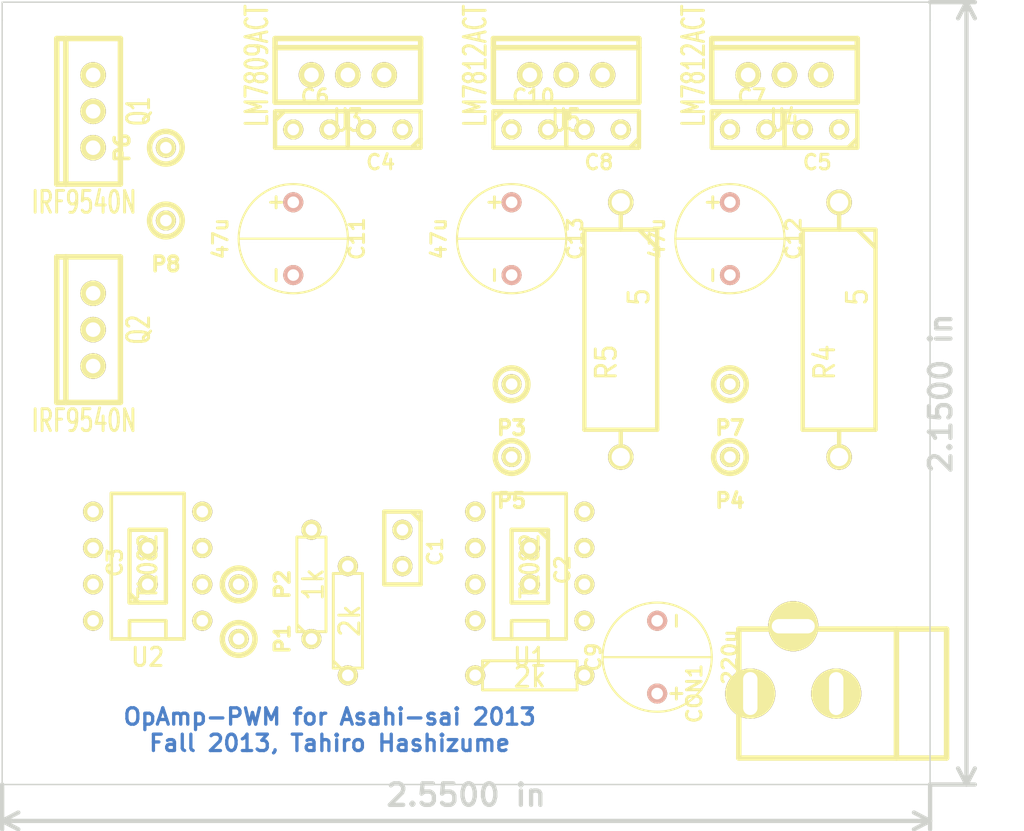
<source format=kicad_pcb>
(kicad_pcb (version 3) (host pcbnew "(2013-07-07 BZR 4022)-stable")

  (general
    (links 63)
    (no_connects 63)
    (area 31.699999 21.7234 106.488571 82.71)
    (thickness 1.6)
    (drawings 9)
    (tracks 0)
    (zones 0)
    (modules 34)
    (nets 16)
  )

  (page A3)
  (layers
    (15 F.Cu signal)
    (0 B.Cu signal)
    (16 B.Adhes user)
    (17 F.Adhes user)
    (18 B.Paste user)
    (19 F.Paste user)
    (20 B.SilkS user)
    (21 F.SilkS user)
    (22 B.Mask user)
    (23 F.Mask user)
    (24 Dwgs.User user)
    (25 Cmts.User user)
    (26 Eco1.User user)
    (27 Eco2.User user)
    (28 Edge.Cuts user)
  )

  (setup
    (last_trace_width 0.3)
    (trace_clearance 0.4)
    (zone_clearance 0.508)
    (zone_45_only no)
    (trace_min 0.2)
    (segment_width 0.2)
    (edge_width 0.1)
    (via_size 0.8)
    (via_drill 0.6)
    (via_min_size 0.8)
    (via_min_drill 0.5)
    (uvia_size 0.5)
    (uvia_drill 0.12)
    (uvias_allowed no)
    (uvia_min_size 0.5)
    (uvia_min_drill 0.1)
    (pcb_text_width 0.3)
    (pcb_text_size 1.5 1.5)
    (mod_edge_width 0.15)
    (mod_text_size 1 1)
    (mod_text_width 0.15)
    (pad_size 1.778 1.778)
    (pad_drill 1.016)
    (pad_to_mask_clearance 0)
    (aux_axis_origin 34.29 24.13)
    (visible_elements 7FFFFFFF)
    (pcbplotparams
      (layerselection 268435457)
      (usegerberextensions true)
      (excludeedgelayer true)
      (linewidth 0.150000)
      (plotframeref false)
      (viasonmask false)
      (mode 1)
      (useauxorigin false)
      (hpglpennumber 1)
      (hpglpenspeed 20)
      (hpglpendiameter 15)
      (hpglpenoverlay 2)
      (psnegative false)
      (psa4output false)
      (plotreference false)
      (plotvalue false)
      (plotothertext false)
      (plotinvisibletext false)
      (padsonsilk false)
      (subtractmaskfromsilk false)
      (outputformat 1)
      (mirror false)
      (drillshape 0)
      (scaleselection 1)
      (outputdirectory ""))
  )

  (net 0 "")
  (net 1 GND)
  (net 2 LEDano)
  (net 3 LEDcat1)
  (net 4 LEDcat2)
  (net 5 N-0000011)
  (net 6 N-0000012)
  (net 7 N-0000013)
  (net 8 N-0000014)
  (net 9 N-0000015)
  (net 10 N-000004)
  (net 11 N-000006)
  (net 12 N-000008)
  (net 13 VR1)
  (net 14 VR2)
  (net 15 Vadp)

  (net_class Default "これは標準のネット クラスです。"
    (clearance 0.4)
    (trace_width 0.3)
    (via_dia 0.8)
    (via_drill 0.6)
    (uvia_dia 0.5)
    (uvia_drill 0.12)
    (add_net "")
    (add_net GND)
    (add_net LEDano)
    (add_net LEDcat1)
    (add_net LEDcat2)
    (add_net N-0000011)
    (add_net N-0000012)
    (add_net N-0000013)
    (add_net N-0000014)
    (add_net N-0000015)
    (add_net N-000004)
    (add_net N-000006)
    (add_net N-000008)
    (add_net VR1)
    (add_net VR2)
    (add_net Vadp)
  )

  (module R3 (layer F.Cu) (tedit 4E4C0E65) (tstamp 5272AA36)
    (at 68.58 69.85)
    (descr "Resitance 3 pas")
    (tags R)
    (path /5271EF7B)
    (autoplace_cost180 10)
    (fp_text reference R2 (at 0 0.127) (layer F.SilkS) hide
      (effects (font (size 1.397 1.27) (thickness 0.2032)))
    )
    (fp_text value 2k (at 0 0.127) (layer F.SilkS)
      (effects (font (size 1.397 1.27) (thickness 0.2032)))
    )
    (fp_line (start -3.81 0) (end -3.302 0) (layer F.SilkS) (width 0.2032))
    (fp_line (start 3.81 0) (end 3.302 0) (layer F.SilkS) (width 0.2032))
    (fp_line (start 3.302 0) (end 3.302 -1.016) (layer F.SilkS) (width 0.2032))
    (fp_line (start 3.302 -1.016) (end -3.302 -1.016) (layer F.SilkS) (width 0.2032))
    (fp_line (start -3.302 -1.016) (end -3.302 1.016) (layer F.SilkS) (width 0.2032))
    (fp_line (start -3.302 1.016) (end 3.302 1.016) (layer F.SilkS) (width 0.2032))
    (fp_line (start 3.302 1.016) (end 3.302 0) (layer F.SilkS) (width 0.2032))
    (fp_line (start -3.302 -0.508) (end -2.794 -1.016) (layer F.SilkS) (width 0.2032))
    (pad 1 thru_hole circle (at -3.81 0) (size 1.397 1.397) (drill 0.8128)
      (layers *.Cu *.Mask F.SilkS)
      (net 9 N-0000015)
    )
    (pad 2 thru_hole circle (at 3.81 0) (size 1.397 1.397) (drill 0.8128)
      (layers *.Cu *.Mask F.SilkS)
      (net 7 N-0000013)
    )
    (model discret/resistor.wrl
      (at (xyz 0 0 0))
      (scale (xyz 0.3 0.3 0.3))
      (rotate (xyz 0 0 0))
    )
  )

  (module R3 (layer F.Cu) (tedit 4E4C0E65) (tstamp 5272AA44)
    (at 53.34 63.5 90)
    (descr "Resitance 3 pas")
    (tags R)
    (path /5271EF88)
    (autoplace_cost180 10)
    (fp_text reference R3 (at 0 0.127 90) (layer F.SilkS) hide
      (effects (font (size 1.397 1.27) (thickness 0.2032)))
    )
    (fp_text value 1k (at 0 0.127 90) (layer F.SilkS)
      (effects (font (size 1.397 1.27) (thickness 0.2032)))
    )
    (fp_line (start -3.81 0) (end -3.302 0) (layer F.SilkS) (width 0.2032))
    (fp_line (start 3.81 0) (end 3.302 0) (layer F.SilkS) (width 0.2032))
    (fp_line (start 3.302 0) (end 3.302 -1.016) (layer F.SilkS) (width 0.2032))
    (fp_line (start 3.302 -1.016) (end -3.302 -1.016) (layer F.SilkS) (width 0.2032))
    (fp_line (start -3.302 -1.016) (end -3.302 1.016) (layer F.SilkS) (width 0.2032))
    (fp_line (start -3.302 1.016) (end 3.302 1.016) (layer F.SilkS) (width 0.2032))
    (fp_line (start 3.302 1.016) (end 3.302 0) (layer F.SilkS) (width 0.2032))
    (fp_line (start -3.302 -0.508) (end -2.794 -1.016) (layer F.SilkS) (width 0.2032))
    (pad 1 thru_hole circle (at -3.81 0 90) (size 1.397 1.397) (drill 0.8128)
      (layers *.Cu *.Mask F.SilkS)
      (net 7 N-0000013)
    )
    (pad 2 thru_hole circle (at 3.81 0 90) (size 1.397 1.397) (drill 0.8128)
      (layers *.Cu *.Mask F.SilkS)
      (net 8 N-0000014)
    )
    (model discret/resistor.wrl
      (at (xyz 0 0 0))
      (scale (xyz 0.3 0.3 0.3))
      (rotate (xyz 0 0 0))
    )
  )

  (module R3 (layer F.Cu) (tedit 4E4C0E65) (tstamp 5274B204)
    (at 55.88 66.04 90)
    (descr "Resitance 3 pas")
    (tags R)
    (path /5271F129)
    (autoplace_cost180 10)
    (fp_text reference R1 (at 0 0.127 90) (layer F.SilkS) hide
      (effects (font (size 1.397 1.27) (thickness 0.2032)))
    )
    (fp_text value 2k (at 0 0.127 90) (layer F.SilkS)
      (effects (font (size 1.397 1.27) (thickness 0.2032)))
    )
    (fp_line (start -3.81 0) (end -3.302 0) (layer F.SilkS) (width 0.2032))
    (fp_line (start 3.81 0) (end 3.302 0) (layer F.SilkS) (width 0.2032))
    (fp_line (start 3.302 0) (end 3.302 -1.016) (layer F.SilkS) (width 0.2032))
    (fp_line (start 3.302 -1.016) (end -3.302 -1.016) (layer F.SilkS) (width 0.2032))
    (fp_line (start -3.302 -1.016) (end -3.302 1.016) (layer F.SilkS) (width 0.2032))
    (fp_line (start -3.302 1.016) (end 3.302 1.016) (layer F.SilkS) (width 0.2032))
    (fp_line (start 3.302 1.016) (end 3.302 0) (layer F.SilkS) (width 0.2032))
    (fp_line (start -3.302 -0.508) (end -2.794 -1.016) (layer F.SilkS) (width 0.2032))
    (pad 1 thru_hole circle (at -3.81 0 90) (size 1.397 1.397) (drill 0.8128)
      (layers *.Cu *.Mask F.SilkS)
      (net 9 N-0000015)
    )
    (pad 2 thru_hole circle (at 3.81 0 90) (size 1.397 1.397) (drill 0.8128)
      (layers *.Cu *.Mask F.SilkS)
      (net 6 N-0000012)
    )
    (model discret/resistor.wrl
      (at (xyz 0 0 0))
      (scale (xyz 0.3 0.3 0.3))
      (rotate (xyz 0 0 0))
    )
  )

  (module C1 (layer F.Cu) (tedit 3F92C496) (tstamp 52744488)
    (at 59.69 60.96 270)
    (descr "Condensateur e = 1 pas")
    (tags C)
    (path /5271F20D)
    (fp_text reference C1 (at 0.254 -2.286 270) (layer F.SilkS)
      (effects (font (size 1.016 1.016) (thickness 0.2032)))
    )
    (fp_text value 1u (at 0 -2.286 270) (layer F.SilkS) hide
      (effects (font (size 1.016 1.016) (thickness 0.2032)))
    )
    (fp_line (start -2.4892 -1.27) (end 2.54 -1.27) (layer F.SilkS) (width 0.3048))
    (fp_line (start 2.54 -1.27) (end 2.54 1.27) (layer F.SilkS) (width 0.3048))
    (fp_line (start 2.54 1.27) (end -2.54 1.27) (layer F.SilkS) (width 0.3048))
    (fp_line (start -2.54 1.27) (end -2.54 -1.27) (layer F.SilkS) (width 0.3048))
    (fp_line (start -2.54 -0.635) (end -1.905 -1.27) (layer F.SilkS) (width 0.3048))
    (pad 1 thru_hole circle (at -1.27 0 270) (size 1.397 1.397) (drill 0.8128)
      (layers *.Cu *.Mask F.SilkS)
      (net 8 N-0000014)
    )
    (pad 2 thru_hole circle (at 1.27 0 270) (size 1.397 1.397) (drill 0.8128)
      (layers *.Cu *.Mask F.SilkS)
      (net 6 N-0000012)
    )
    (model discret/capa_1_pas.wrl
      (at (xyz 0 0 0))
      (scale (xyz 1 1 1))
      (rotate (xyz 0 0 0))
    )
  )

  (module 1pin_small (layer F.Cu) (tedit 525E41B6) (tstamp 5272AA99)
    (at 48.26 67.31 270)
    (descr "module 1 pin (ou trou mecanique de percage)")
    (tags DEV)
    (path /5272EA8B)
    (fp_text reference P1 (at 0 -3.048 270) (layer F.SilkS)
      (effects (font (size 1.016 1.016) (thickness 0.254)))
    )
    (fp_text value CONN_1 (at 0 2.794 270) (layer F.SilkS) hide
      (effects (font (size 1.016 1.016) (thickness 0.254)))
    )
    (fp_circle (center 0 0) (end 0 -1.143) (layer F.SilkS) (width 0.381))
    (pad 1 thru_hole circle (at 0 0 270) (size 1.397 1.397) (drill 0.8128)
      (layers *.Cu *.Mask F.SilkS)
      (net 13 VR1)
    )
  )

  (module 1pin_small (layer F.Cu) (tedit 525E41B6) (tstamp 5272AA9F)
    (at 48.26 63.5 270)
    (descr "module 1 pin (ou trou mecanique de percage)")
    (tags DEV)
    (path /52729D37)
    (fp_text reference P2 (at 0 -3.048 270) (layer F.SilkS)
      (effects (font (size 1.016 1.016) (thickness 0.254)))
    )
    (fp_text value CONN_1 (at 0 2.794 270) (layer F.SilkS) hide
      (effects (font (size 1.016 1.016) (thickness 0.254)))
    )
    (fp_circle (center 0 0) (end 0 -1.143) (layer F.SilkS) (width 0.381))
    (pad 1 thru_hole circle (at 0 0 270) (size 1.397 1.397) (drill 0.8128)
      (layers *.Cu *.Mask F.SilkS)
      (net 14 VR2)
    )
  )

  (module 1pin_small (layer F.Cu) (tedit 525E41B6) (tstamp 5272AAAB)
    (at 82.55 54.61 180)
    (descr "module 1 pin (ou trou mecanique de percage)")
    (tags DEV)
    (path /52729E14)
    (fp_text reference P4 (at 0 -3.048 180) (layer F.SilkS)
      (effects (font (size 1.016 1.016) (thickness 0.254)))
    )
    (fp_text value CONN_1 (at 0 2.794 180) (layer F.SilkS) hide
      (effects (font (size 1.016 1.016) (thickness 0.254)))
    )
    (fp_circle (center 0 0) (end 0 -1.143) (layer F.SilkS) (width 0.381))
    (pad 1 thru_hole circle (at 0 0 180) (size 1.397 1.397) (drill 0.8128)
      (layers *.Cu *.Mask F.SilkS)
      (net 2 LEDano)
    )
  )

  (module 1pin_small (layer F.Cu) (tedit 525E41B6) (tstamp 5272AAB7)
    (at 43.18 33.02 90)
    (descr "module 1 pin (ou trou mecanique de percage)")
    (tags DEV)
    (path /52746519)
    (fp_text reference P6 (at 0 -3.048 90) (layer F.SilkS)
      (effects (font (size 1.016 1.016) (thickness 0.254)))
    )
    (fp_text value CONN_1 (at 0 2.794 90) (layer F.SilkS) hide
      (effects (font (size 1.016 1.016) (thickness 0.254)))
    )
    (fp_circle (center 0 0) (end 0 -1.143) (layer F.SilkS) (width 0.381))
    (pad 1 thru_hole circle (at 0 0 90) (size 1.397 1.397) (drill 0.8128)
      (layers *.Cu *.Mask F.SilkS)
      (net 3 LEDcat1)
    )
  )

  (module C1 (layer F.Cu) (tedit 3F92C496) (tstamp 5272EAA8)
    (at 68.58 62.23 270)
    (descr "Condensateur e = 1 pas")
    (tags C)
    (path /5272ADBD)
    (fp_text reference C2 (at 0.254 -2.286 270) (layer F.SilkS)
      (effects (font (size 1.016 1.016) (thickness 0.2032)))
    )
    (fp_text value 0.1u (at 0 -2.286 270) (layer F.SilkS) hide
      (effects (font (size 1.016 1.016) (thickness 0.2032)))
    )
    (fp_line (start -2.4892 -1.27) (end 2.54 -1.27) (layer F.SilkS) (width 0.3048))
    (fp_line (start 2.54 -1.27) (end 2.54 1.27) (layer F.SilkS) (width 0.3048))
    (fp_line (start 2.54 1.27) (end -2.54 1.27) (layer F.SilkS) (width 0.3048))
    (fp_line (start -2.54 1.27) (end -2.54 -1.27) (layer F.SilkS) (width 0.3048))
    (fp_line (start -2.54 -0.635) (end -1.905 -1.27) (layer F.SilkS) (width 0.3048))
    (pad 1 thru_hole circle (at -1.27 0 270) (size 1.397 1.397) (drill 0.8128)
      (layers *.Cu *.Mask F.SilkS)
      (net 1 GND)
    )
    (pad 2 thru_hole circle (at 1.27 0 270) (size 1.397 1.397) (drill 0.8128)
      (layers *.Cu *.Mask F.SilkS)
      (net 13 VR1)
    )
    (model discret/capa_1_pas.wrl
      (at (xyz 0 0 0))
      (scale (xyz 1 1 1))
      (rotate (xyz 0 0 0))
    )
  )

  (module C1 (layer F.Cu) (tedit 3F92C496) (tstamp 5274D63B)
    (at 41.91 62.23 90)
    (descr "Condensateur e = 1 pas")
    (tags C)
    (path /5272AE85)
    (fp_text reference C3 (at 0.254 -2.286 90) (layer F.SilkS)
      (effects (font (size 1.016 1.016) (thickness 0.2032)))
    )
    (fp_text value 0.1u (at 0 -2.286 90) (layer F.SilkS) hide
      (effects (font (size 1.016 1.016) (thickness 0.2032)))
    )
    (fp_line (start -2.4892 -1.27) (end 2.54 -1.27) (layer F.SilkS) (width 0.3048))
    (fp_line (start 2.54 -1.27) (end 2.54 1.27) (layer F.SilkS) (width 0.3048))
    (fp_line (start 2.54 1.27) (end -2.54 1.27) (layer F.SilkS) (width 0.3048))
    (fp_line (start -2.54 1.27) (end -2.54 -1.27) (layer F.SilkS) (width 0.3048))
    (fp_line (start -2.54 -0.635) (end -1.905 -1.27) (layer F.SilkS) (width 0.3048))
    (pad 1 thru_hole circle (at -1.27 0 90) (size 1.397 1.397) (drill 0.8128)
      (layers *.Cu *.Mask F.SilkS)
      (net 13 VR1)
    )
    (pad 2 thru_hole circle (at 1.27 0 90) (size 1.397 1.397) (drill 0.8128)
      (layers *.Cu *.Mask F.SilkS)
      (net 1 GND)
    )
    (model discret/capa_1_pas.wrl
      (at (xyz 0 0 0))
      (scale (xyz 1 1 1))
      (rotate (xyz 0 0 0))
    )
  )

  (module 1pin_small (layer F.Cu) (tedit 525E41B6) (tstamp 5272F084)
    (at 67.31 54.61 180)
    (descr "module 1 pin (ou trou mecanique de percage)")
    (tags DEV)
    (path /5272F037)
    (fp_text reference P5 (at 0 -3.048 180) (layer F.SilkS)
      (effects (font (size 1.016 1.016) (thickness 0.254)))
    )
    (fp_text value CONN_1 (at 0 2.794 180) (layer F.SilkS) hide
      (effects (font (size 1.016 1.016) (thickness 0.254)))
    )
    (fp_circle (center 0 0) (end 0 -1.143) (layer F.SilkS) (width 0.381))
    (pad 1 thru_hole circle (at 0 0 180) (size 1.397 1.397) (drill 0.8128)
      (layers *.Cu *.Mask F.SilkS)
      (net 1 GND)
    )
  )

  (module 1pin_small (layer F.Cu) (tedit 525E41B6) (tstamp 5272F08A)
    (at 67.31 49.53 180)
    (descr "module 1 pin (ou trou mecanique de percage)")
    (tags DEV)
    (path /5272F03E)
    (fp_text reference P3 (at 0 -3.048 180) (layer F.SilkS)
      (effects (font (size 1.016 1.016) (thickness 0.254)))
    )
    (fp_text value CONN_1 (at 0 2.794 180) (layer F.SilkS) hide
      (effects (font (size 1.016 1.016) (thickness 0.254)))
    )
    (fp_circle (center 0 0) (end 0 -1.143) (layer F.SilkS) (width 0.381))
    (pad 1 thru_hole circle (at 0 0 180) (size 1.397 1.397) (drill 0.8128)
      (layers *.Cu *.Mask F.SilkS)
      (net 1 GND)
    )
  )

  (module R7 (layer F.Cu) (tedit 200000) (tstamp 5274679D)
    (at 90.17 45.72 270)
    (descr "Resitance 7 pas")
    (tags R)
    (path /527463AD)
    (autoplace_cost180 10)
    (fp_text reference R4 (at 2.286 1.016 270) (layer F.SilkS)
      (effects (font (size 1.397 1.27) (thickness 0.2032)))
    )
    (fp_text value 5 (at -2.286 -1.27 270) (layer F.SilkS)
      (effects (font (size 1.397 1.27) (thickness 0.2032)))
    )
    (fp_line (start -8.89 0) (end -8.89 0) (layer F.SilkS) (width 0.3048))
    (fp_line (start -8.89 0) (end -8.89 0) (layer F.SilkS) (width 0.3048))
    (fp_line (start 6.985 0) (end 8.89 0) (layer F.SilkS) (width 0.3048))
    (fp_line (start 8.89 0) (end 8.89 0) (layer F.SilkS) (width 0.3048))
    (fp_line (start 6.985 2.54) (end -6.985 2.54) (layer F.SilkS) (width 0.3048))
    (fp_line (start -6.985 -2.54) (end 6.985 -2.54) (layer F.SilkS) (width 0.3048))
    (fp_line (start -6.985 -1.27) (end -5.715 -2.54) (layer F.SilkS) (width 0.3048))
    (fp_line (start 6.985 -2.54) (end 6.985 2.54) (layer F.SilkS) (width 0.3048))
    (fp_line (start -6.985 -2.54) (end -6.985 2.54) (layer F.SilkS) (width 0.3048))
    (fp_line (start -8.89 0) (end -6.985 0) (layer F.SilkS) (width 0.3048))
    (pad 1 thru_hole circle (at -8.89 0 270) (size 1.778 1.778) (drill 1.27)
      (layers *.Cu *.Mask F.SilkS)
      (net 11 N-000006)
    )
    (pad 2 thru_hole circle (at 8.89 0 270) (size 1.778 1.778) (drill 1.27)
      (layers *.Cu *.Mask F.SilkS)
      (net 2 LEDano)
    )
    (model discret/resistor.wrl
      (at (xyz 0 0 0))
      (scale (xyz 0.7 0.7 0.7))
      (rotate (xyz 0 0 0))
    )
  )

  (module C1 (layer F.Cu) (tedit 3F92C496) (tstamp 527467A8)
    (at 58.42 31.75 180)
    (descr "Condensateur e = 1 pas")
    (tags C)
    (path /527460AF)
    (fp_text reference C4 (at 0.254 -2.286 180) (layer F.SilkS)
      (effects (font (size 1.016 1.016) (thickness 0.2032)))
    )
    (fp_text value 0.33u (at 0 -2.286 180) (layer F.SilkS) hide
      (effects (font (size 1.016 1.016) (thickness 0.2032)))
    )
    (fp_line (start -2.4892 -1.27) (end 2.54 -1.27) (layer F.SilkS) (width 0.3048))
    (fp_line (start 2.54 -1.27) (end 2.54 1.27) (layer F.SilkS) (width 0.3048))
    (fp_line (start 2.54 1.27) (end -2.54 1.27) (layer F.SilkS) (width 0.3048))
    (fp_line (start -2.54 1.27) (end -2.54 -1.27) (layer F.SilkS) (width 0.3048))
    (fp_line (start -2.54 -0.635) (end -1.905 -1.27) (layer F.SilkS) (width 0.3048))
    (pad 1 thru_hole circle (at -1.27 0 180) (size 1.397 1.397) (drill 0.8128)
      (layers *.Cu *.Mask F.SilkS)
      (net 15 Vadp)
    )
    (pad 2 thru_hole circle (at 1.27 0 180) (size 1.397 1.397) (drill 0.8128)
      (layers *.Cu *.Mask F.SilkS)
      (net 1 GND)
    )
    (model discret/capa_1_pas.wrl
      (at (xyz 0 0 0))
      (scale (xyz 1 1 1))
      (rotate (xyz 0 0 0))
    )
  )

  (module C1 (layer F.Cu) (tedit 3F92C496) (tstamp 527467B3)
    (at 88.9 31.75 180)
    (descr "Condensateur e = 1 pas")
    (tags C)
    (path /527460BB)
    (fp_text reference C5 (at 0.254 -2.286 180) (layer F.SilkS)
      (effects (font (size 1.016 1.016) (thickness 0.2032)))
    )
    (fp_text value 0.33u (at 0 -2.286 180) (layer F.SilkS) hide
      (effects (font (size 1.016 1.016) (thickness 0.2032)))
    )
    (fp_line (start -2.4892 -1.27) (end 2.54 -1.27) (layer F.SilkS) (width 0.3048))
    (fp_line (start 2.54 -1.27) (end 2.54 1.27) (layer F.SilkS) (width 0.3048))
    (fp_line (start 2.54 1.27) (end -2.54 1.27) (layer F.SilkS) (width 0.3048))
    (fp_line (start -2.54 1.27) (end -2.54 -1.27) (layer F.SilkS) (width 0.3048))
    (fp_line (start -2.54 -0.635) (end -1.905 -1.27) (layer F.SilkS) (width 0.3048))
    (pad 1 thru_hole circle (at -1.27 0 180) (size 1.397 1.397) (drill 0.8128)
      (layers *.Cu *.Mask F.SilkS)
      (net 15 Vadp)
    )
    (pad 2 thru_hole circle (at 1.27 0 180) (size 1.397 1.397) (drill 0.8128)
      (layers *.Cu *.Mask F.SilkS)
      (net 1 GND)
    )
    (model discret/capa_1_pas.wrl
      (at (xyz 0 0 0))
      (scale (xyz 1 1 1))
      (rotate (xyz 0 0 0))
    )
  )

  (module C1 (layer F.Cu) (tedit 3F92C496) (tstamp 527467BE)
    (at 53.34 31.75)
    (descr "Condensateur e = 1 pas")
    (tags C)
    (path /527460C1)
    (fp_text reference C6 (at 0.254 -2.286) (layer F.SilkS)
      (effects (font (size 1.016 1.016) (thickness 0.2032)))
    )
    (fp_text value 0.1u (at 0 -2.286) (layer F.SilkS) hide
      (effects (font (size 1.016 1.016) (thickness 0.2032)))
    )
    (fp_line (start -2.4892 -1.27) (end 2.54 -1.27) (layer F.SilkS) (width 0.3048))
    (fp_line (start 2.54 -1.27) (end 2.54 1.27) (layer F.SilkS) (width 0.3048))
    (fp_line (start 2.54 1.27) (end -2.54 1.27) (layer F.SilkS) (width 0.3048))
    (fp_line (start -2.54 1.27) (end -2.54 -1.27) (layer F.SilkS) (width 0.3048))
    (fp_line (start -2.54 -0.635) (end -1.905 -1.27) (layer F.SilkS) (width 0.3048))
    (pad 1 thru_hole circle (at -1.27 0) (size 1.397 1.397) (drill 0.8128)
      (layers *.Cu *.Mask F.SilkS)
      (net 13 VR1)
    )
    (pad 2 thru_hole circle (at 1.27 0) (size 1.397 1.397) (drill 0.8128)
      (layers *.Cu *.Mask F.SilkS)
      (net 1 GND)
    )
    (model discret/capa_1_pas.wrl
      (at (xyz 0 0 0))
      (scale (xyz 1 1 1))
      (rotate (xyz 0 0 0))
    )
  )

  (module C1 (layer F.Cu) (tedit 3F92C496) (tstamp 527467C9)
    (at 83.82 31.75)
    (descr "Condensateur e = 1 pas")
    (tags C)
    (path /527460C7)
    (fp_text reference C7 (at 0.254 -2.286) (layer F.SilkS)
      (effects (font (size 1.016 1.016) (thickness 0.2032)))
    )
    (fp_text value 0.1u (at 0 -2.286) (layer F.SilkS) hide
      (effects (font (size 1.016 1.016) (thickness 0.2032)))
    )
    (fp_line (start -2.4892 -1.27) (end 2.54 -1.27) (layer F.SilkS) (width 0.3048))
    (fp_line (start 2.54 -1.27) (end 2.54 1.27) (layer F.SilkS) (width 0.3048))
    (fp_line (start 2.54 1.27) (end -2.54 1.27) (layer F.SilkS) (width 0.3048))
    (fp_line (start -2.54 1.27) (end -2.54 -1.27) (layer F.SilkS) (width 0.3048))
    (fp_line (start -2.54 -0.635) (end -1.905 -1.27) (layer F.SilkS) (width 0.3048))
    (pad 1 thru_hole circle (at -1.27 0) (size 1.397 1.397) (drill 0.8128)
      (layers *.Cu *.Mask F.SilkS)
      (net 11 N-000006)
    )
    (pad 2 thru_hole circle (at 1.27 0) (size 1.397 1.397) (drill 0.8128)
      (layers *.Cu *.Mask F.SilkS)
      (net 1 GND)
    )
    (model discret/capa_1_pas.wrl
      (at (xyz 0 0 0))
      (scale (xyz 1 1 1))
      (rotate (xyz 0 0 0))
    )
  )

  (module R7 (layer F.Cu) (tedit 200000) (tstamp 5274721C)
    (at 74.93 45.72 270)
    (descr "Resitance 7 pas")
    (tags R)
    (path /52747016)
    (autoplace_cost180 10)
    (fp_text reference R5 (at 2.286 1.016 270) (layer F.SilkS)
      (effects (font (size 1.397 1.27) (thickness 0.2032)))
    )
    (fp_text value 5 (at -2.286 -1.27 270) (layer F.SilkS)
      (effects (font (size 1.397 1.27) (thickness 0.2032)))
    )
    (fp_line (start -8.89 0) (end -8.89 0) (layer F.SilkS) (width 0.3048))
    (fp_line (start -8.89 0) (end -8.89 0) (layer F.SilkS) (width 0.3048))
    (fp_line (start 6.985 0) (end 8.89 0) (layer F.SilkS) (width 0.3048))
    (fp_line (start 8.89 0) (end 8.89 0) (layer F.SilkS) (width 0.3048))
    (fp_line (start 6.985 2.54) (end -6.985 2.54) (layer F.SilkS) (width 0.3048))
    (fp_line (start -6.985 -2.54) (end 6.985 -2.54) (layer F.SilkS) (width 0.3048))
    (fp_line (start -6.985 -1.27) (end -5.715 -2.54) (layer F.SilkS) (width 0.3048))
    (fp_line (start 6.985 -2.54) (end 6.985 2.54) (layer F.SilkS) (width 0.3048))
    (fp_line (start -6.985 -2.54) (end -6.985 2.54) (layer F.SilkS) (width 0.3048))
    (fp_line (start -8.89 0) (end -6.985 0) (layer F.SilkS) (width 0.3048))
    (pad 1 thru_hole circle (at -8.89 0 270) (size 1.778 1.778) (drill 1.27)
      (layers *.Cu *.Mask F.SilkS)
      (net 10 N-000004)
    )
    (pad 2 thru_hole circle (at 8.89 0 270) (size 1.778 1.778) (drill 1.27)
      (layers *.Cu *.Mask F.SilkS)
      (net 2 LEDano)
    )
    (model discret/resistor.wrl
      (at (xyz 0 0 0))
      (scale (xyz 0.7 0.7 0.7))
      (rotate (xyz 0 0 0))
    )
  )

  (module C1 (layer F.Cu) (tedit 3F92C496) (tstamp 52747263)
    (at 73.66 31.75 180)
    (descr "Condensateur e = 1 pas")
    (tags C)
    (path /52747002)
    (fp_text reference C8 (at 0.254 -2.286 180) (layer F.SilkS)
      (effects (font (size 1.016 1.016) (thickness 0.2032)))
    )
    (fp_text value 0.33u (at 0 -2.286 180) (layer F.SilkS) hide
      (effects (font (size 1.016 1.016) (thickness 0.2032)))
    )
    (fp_line (start -2.4892 -1.27) (end 2.54 -1.27) (layer F.SilkS) (width 0.3048))
    (fp_line (start 2.54 -1.27) (end 2.54 1.27) (layer F.SilkS) (width 0.3048))
    (fp_line (start 2.54 1.27) (end -2.54 1.27) (layer F.SilkS) (width 0.3048))
    (fp_line (start -2.54 1.27) (end -2.54 -1.27) (layer F.SilkS) (width 0.3048))
    (fp_line (start -2.54 -0.635) (end -1.905 -1.27) (layer F.SilkS) (width 0.3048))
    (pad 1 thru_hole circle (at -1.27 0 180) (size 1.397 1.397) (drill 0.8128)
      (layers *.Cu *.Mask F.SilkS)
      (net 15 Vadp)
    )
    (pad 2 thru_hole circle (at 1.27 0 180) (size 1.397 1.397) (drill 0.8128)
      (layers *.Cu *.Mask F.SilkS)
      (net 1 GND)
    )
    (model discret/capa_1_pas.wrl
      (at (xyz 0 0 0))
      (scale (xyz 1 1 1))
      (rotate (xyz 0 0 0))
    )
  )

  (module C1 (layer F.Cu) (tedit 3F92C496) (tstamp 5274726E)
    (at 68.58 31.75)
    (descr "Condensateur e = 1 pas")
    (tags C)
    (path /52747008)
    (fp_text reference C10 (at 0.254 -2.286) (layer F.SilkS)
      (effects (font (size 1.016 1.016) (thickness 0.2032)))
    )
    (fp_text value 0.1u (at 0 -2.286) (layer F.SilkS) hide
      (effects (font (size 1.016 1.016) (thickness 0.2032)))
    )
    (fp_line (start -2.4892 -1.27) (end 2.54 -1.27) (layer F.SilkS) (width 0.3048))
    (fp_line (start 2.54 -1.27) (end 2.54 1.27) (layer F.SilkS) (width 0.3048))
    (fp_line (start 2.54 1.27) (end -2.54 1.27) (layer F.SilkS) (width 0.3048))
    (fp_line (start -2.54 1.27) (end -2.54 -1.27) (layer F.SilkS) (width 0.3048))
    (fp_line (start -2.54 -0.635) (end -1.905 -1.27) (layer F.SilkS) (width 0.3048))
    (pad 1 thru_hole circle (at -1.27 0) (size 1.397 1.397) (drill 0.8128)
      (layers *.Cu *.Mask F.SilkS)
      (net 10 N-000004)
    )
    (pad 2 thru_hole circle (at 1.27 0) (size 1.397 1.397) (drill 0.8128)
      (layers *.Cu *.Mask F.SilkS)
      (net 1 GND)
    )
    (model discret/capa_1_pas.wrl
      (at (xyz 0 0 0))
      (scale (xyz 1 1 1))
      (rotate (xyz 0 0 0))
    )
  )

  (module 1pin_small (layer F.Cu) (tedit 525E41B6) (tstamp 5274C471)
    (at 82.55 49.53 180)
    (descr "module 1 pin (ou trou mecanique de percage)")
    (tags DEV)
    (path /5274B9EC)
    (fp_text reference P7 (at 0 -3.048 180) (layer F.SilkS)
      (effects (font (size 1.016 1.016) (thickness 0.254)))
    )
    (fp_text value CONN_1 (at 0 2.794 180) (layer F.SilkS) hide
      (effects (font (size 1.016 1.016) (thickness 0.254)))
    )
    (fp_circle (center 0 0) (end 0 -1.143) (layer F.SilkS) (width 0.381))
    (pad 1 thru_hole circle (at 0 0 180) (size 1.397 1.397) (drill 0.8128)
      (layers *.Cu *.Mask F.SilkS)
      (net 2 LEDano)
    )
  )

  (module 1pin_small (layer F.Cu) (tedit 525E41B6) (tstamp 5274C477)
    (at 43.18 38.1 180)
    (descr "module 1 pin (ou trou mecanique de percage)")
    (tags DEV)
    (path /5274B9F4)
    (fp_text reference P8 (at 0 -3.048 180) (layer F.SilkS)
      (effects (font (size 1.016 1.016) (thickness 0.254)))
    )
    (fp_text value CONN_1 (at 0 2.794 180) (layer F.SilkS) hide
      (effects (font (size 1.016 1.016) (thickness 0.254)))
    )
    (fp_circle (center 0 0) (end 0 -1.143) (layer F.SilkS) (width 0.381))
    (pad 1 thru_hole circle (at 0 0 180) (size 1.397 1.397) (drill 0.8128)
      (layers *.Cu *.Mask F.SilkS)
      (net 4 LEDcat2)
    )
  )

  (module DIP-8_CIP100 (layer F.Cu) (tedit 5274F363) (tstamp 5272F278)
    (at 68.58 62.23 90)
    (descr "8 pins DIL package, round pads")
    (tags DIL)
    (path /5271F158)
    (fp_text reference U1 (at -6.35 0 180) (layer F.SilkS)
      (effects (font (size 1.27 1.143) (thickness 0.2032)))
    )
    (fp_text value TL082 (at 0 0 90) (layer F.SilkS)
      (effects (font (size 1.27 1.016) (thickness 0.2032)))
    )
    (fp_line (start -5.08 -1.27) (end -3.81 -1.27) (layer F.SilkS) (width 0.254))
    (fp_line (start -3.81 -1.27) (end -3.81 1.27) (layer F.SilkS) (width 0.254))
    (fp_line (start -3.81 1.27) (end -5.08 1.27) (layer F.SilkS) (width 0.254))
    (fp_line (start -5.08 -2.54) (end 5.08 -2.54) (layer F.SilkS) (width 0.254))
    (fp_line (start 5.08 -2.54) (end 5.08 2.54) (layer F.SilkS) (width 0.254))
    (fp_line (start 5.08 2.54) (end -5.08 2.54) (layer F.SilkS) (width 0.254))
    (fp_line (start -5.08 2.54) (end -5.08 -2.54) (layer F.SilkS) (width 0.254))
    (pad 1 thru_hole circle (at -3.81 3.81 90) (size 1.397 1.397) (drill 0.8128)
      (layers *.Cu *.Mask F.SilkS)
      (net 7 N-0000013)
    )
    (pad 2 thru_hole circle (at -1.27 3.81 90) (size 1.397 1.397) (drill 0.8128)
      (layers *.Cu *.Mask F.SilkS)
      (net 1 GND)
    )
    (pad 3 thru_hole circle (at 1.27 3.81 90) (size 1.397 1.397) (drill 0.8128)
      (layers *.Cu *.Mask F.SilkS)
      (net 9 N-0000015)
    )
    (pad 4 thru_hole circle (at 3.81 3.81 90) (size 1.397 1.397) (drill 0.8128)
      (layers *.Cu *.Mask F.SilkS)
      (net 1 GND)
    )
    (pad 5 thru_hole circle (at 3.81 -3.81 90) (size 1.397 1.397) (drill 0.8128)
      (layers *.Cu *.Mask F.SilkS)
      (net 1 GND)
    )
    (pad 6 thru_hole circle (at 1.27 -3.81 90) (size 1.397 1.397) (drill 0.8128)
      (layers *.Cu *.Mask F.SilkS)
      (net 8 N-0000014)
    )
    (pad 7 thru_hole circle (at -1.27 -3.81 90) (size 1.397 1.397) (drill 0.8128)
      (layers *.Cu *.Mask F.SilkS)
      (net 6 N-0000012)
    )
    (pad 8 thru_hole circle (at -3.81 -3.81 90) (size 1.397 1.397) (drill 0.8128)
      (layers *.Cu *.Mask F.SilkS)
      (net 13 VR1)
    )
    (model dil/dil_8.wrl
      (at (xyz 0 0 0))
      (scale (xyz 1 1 1))
      (rotate (xyz 0 0 0))
    )
  )

  (module DIP-8_CIP100 (layer F.Cu) (tedit 5274F363) (tstamp 5272E25A)
    (at 41.91 62.23 90)
    (descr "8 pins DIL package, round pads")
    (tags DIL)
    (path /5271F292)
    (fp_text reference U2 (at -6.35 0 180) (layer F.SilkS)
      (effects (font (size 1.27 1.143) (thickness 0.2032)))
    )
    (fp_text value TL082 (at 0 0 90) (layer F.SilkS)
      (effects (font (size 1.27 1.016) (thickness 0.2032)))
    )
    (fp_line (start -5.08 -1.27) (end -3.81 -1.27) (layer F.SilkS) (width 0.254))
    (fp_line (start -3.81 -1.27) (end -3.81 1.27) (layer F.SilkS) (width 0.254))
    (fp_line (start -3.81 1.27) (end -5.08 1.27) (layer F.SilkS) (width 0.254))
    (fp_line (start -5.08 -2.54) (end 5.08 -2.54) (layer F.SilkS) (width 0.254))
    (fp_line (start 5.08 -2.54) (end 5.08 2.54) (layer F.SilkS) (width 0.254))
    (fp_line (start 5.08 2.54) (end -5.08 2.54) (layer F.SilkS) (width 0.254))
    (fp_line (start -5.08 2.54) (end -5.08 -2.54) (layer F.SilkS) (width 0.254))
    (pad 1 thru_hole circle (at -3.81 3.81 90) (size 1.397 1.397) (drill 0.8128)
      (layers *.Cu *.Mask F.SilkS)
      (net 5 N-0000011)
    )
    (pad 2 thru_hole circle (at -1.27 3.81 90) (size 1.397 1.397) (drill 0.8128)
      (layers *.Cu *.Mask F.SilkS)
      (net 14 VR2)
    )
    (pad 3 thru_hole circle (at 1.27 3.81 90) (size 1.397 1.397) (drill 0.8128)
      (layers *.Cu *.Mask F.SilkS)
      (net 6 N-0000012)
    )
    (pad 4 thru_hole circle (at 3.81 3.81 90) (size 1.397 1.397) (drill 0.8128)
      (layers *.Cu *.Mask F.SilkS)
      (net 1 GND)
    )
    (pad 5 thru_hole circle (at 3.81 -3.81 90) (size 1.397 1.397) (drill 0.8128)
      (layers *.Cu *.Mask F.SilkS)
      (net 5 N-0000011)
    )
    (pad 6 thru_hole circle (at 1.27 -3.81 90) (size 1.397 1.397) (drill 0.8128)
      (layers *.Cu *.Mask F.SilkS)
      (net 12 N-000008)
    )
    (pad 7 thru_hole circle (at -1.27 -3.81 90) (size 1.397 1.397) (drill 0.8128)
      (layers *.Cu *.Mask F.SilkS)
      (net 12 N-000008)
    )
    (pad 8 thru_hole circle (at -3.81 -3.81 90) (size 1.397 1.397) (drill 0.8128)
      (layers *.Cu *.Mask F.SilkS)
      (net 13 VR1)
    )
    (model dil/dil_8.wrl
      (at (xyz 0 0 0))
      (scale (xyz 1 1 1))
      (rotate (xyz 0 0 0))
    )
  )

  (module TO220V_78xx_CIP100 (layer F.Cu) (tedit 5274F0D6) (tstamp 52746771)
    (at 86.36 27.94 90)
    (descr "Regulateur TO220 serie LM78xx")
    (tags "TR TO220")
    (path /527469E4)
    (fp_text reference U4 (at -3.175 0 180) (layer F.SilkS)
      (effects (font (size 1.524 1.016) (thickness 0.2032)))
    )
    (fp_text value LM7812ACT (at 0.635 -6.35 90) (layer F.SilkS)
      (effects (font (size 1.524 1.016) (thickness 0.2032)))
    )
    (fp_line (start 1.905 -5.08) (end 2.54 -5.08) (layer F.SilkS) (width 0.381))
    (fp_line (start 2.54 -5.08) (end 2.54 5.08) (layer F.SilkS) (width 0.381))
    (fp_line (start 2.54 5.08) (end 1.905 5.08) (layer F.SilkS) (width 0.381))
    (fp_line (start -1.905 -5.08) (end 1.905 -5.08) (layer F.SilkS) (width 0.381))
    (fp_line (start 1.905 -5.08) (end 1.905 5.08) (layer F.SilkS) (width 0.381))
    (fp_line (start 1.905 5.08) (end -1.905 5.08) (layer F.SilkS) (width 0.381))
    (fp_line (start -1.905 5.08) (end -1.905 -5.08) (layer F.SilkS) (width 0.381))
    (pad 2 thru_hole circle (at 0 0 90) (size 1.778 1.778) (drill 1.016)
      (layers *.Cu *.Mask F.SilkS)
      (net 1 GND)
    )
    (pad 3 thru_hole circle (at 0 -2.54 90) (size 1.778 1.778) (drill 1.016)
      (layers *.Cu *.Mask F.SilkS)
      (net 11 N-000006)
    )
    (pad 1 thru_hole circle (at 0 2.54 90) (size 1.778 1.778) (drill 1.016)
      (layers *.Cu *.Mask F.SilkS)
      (net 15 Vadp)
    )
  )

  (module TO220V_78xx_CIP100 (layer F.Cu) (tedit 5274F0D6) (tstamp 5274677F)
    (at 55.88 27.94 90)
    (descr "Regulateur TO220 serie LM78xx")
    (tags "TR TO220")
    (path /527469D5)
    (fp_text reference U3 (at -3.175 0 180) (layer F.SilkS)
      (effects (font (size 1.524 1.016) (thickness 0.2032)))
    )
    (fp_text value LM7809ACT (at 0.635 -6.35 90) (layer F.SilkS)
      (effects (font (size 1.524 1.016) (thickness 0.2032)))
    )
    (fp_line (start 1.905 -5.08) (end 2.54 -5.08) (layer F.SilkS) (width 0.381))
    (fp_line (start 2.54 -5.08) (end 2.54 5.08) (layer F.SilkS) (width 0.381))
    (fp_line (start 2.54 5.08) (end 1.905 5.08) (layer F.SilkS) (width 0.381))
    (fp_line (start -1.905 -5.08) (end 1.905 -5.08) (layer F.SilkS) (width 0.381))
    (fp_line (start 1.905 -5.08) (end 1.905 5.08) (layer F.SilkS) (width 0.381))
    (fp_line (start 1.905 5.08) (end -1.905 5.08) (layer F.SilkS) (width 0.381))
    (fp_line (start -1.905 5.08) (end -1.905 -5.08) (layer F.SilkS) (width 0.381))
    (pad 2 thru_hole circle (at 0 0 90) (size 1.778 1.778) (drill 1.016)
      (layers *.Cu *.Mask F.SilkS)
      (net 1 GND)
    )
    (pad 3 thru_hole circle (at 0 -2.54 90) (size 1.778 1.778) (drill 1.016)
      (layers *.Cu *.Mask F.SilkS)
      (net 13 VR1)
    )
    (pad 1 thru_hole circle (at 0 2.54 90) (size 1.778 1.778) (drill 1.016)
      (layers *.Cu *.Mask F.SilkS)
      (net 15 Vadp)
    )
  )

  (module TO220_VERT_CIP100 (layer F.Cu) (tedit 5274F0D6) (tstamp 5274678D)
    (at 38.1 30.48 180)
    (descr "Regulateur TO220 serie LM78xx")
    (tags "TR TO220")
    (path /52746435)
    (fp_text reference Q1 (at -3.175 0 270) (layer F.SilkS)
      (effects (font (size 1.524 1.016) (thickness 0.2032)))
    )
    (fp_text value IRF9540N (at 0.635 -6.35 180) (layer F.SilkS)
      (effects (font (size 1.524 1.016) (thickness 0.2032)))
    )
    (fp_line (start 1.905 -5.08) (end 2.54 -5.08) (layer F.SilkS) (width 0.381))
    (fp_line (start 2.54 -5.08) (end 2.54 5.08) (layer F.SilkS) (width 0.381))
    (fp_line (start 2.54 5.08) (end 1.905 5.08) (layer F.SilkS) (width 0.381))
    (fp_line (start -1.905 -5.08) (end 1.905 -5.08) (layer F.SilkS) (width 0.381))
    (fp_line (start 1.905 -5.08) (end 1.905 5.08) (layer F.SilkS) (width 0.381))
    (fp_line (start 1.905 5.08) (end -1.905 5.08) (layer F.SilkS) (width 0.381))
    (fp_line (start -1.905 5.08) (end -1.905 -5.08) (layer F.SilkS) (width 0.381))
    (pad 2 thru_hole circle (at 0 0 180) (size 1.778 1.778) (drill 1.016)
      (layers *.Cu *.Mask F.SilkS)
      (net 12 N-000008)
    )
    (pad 3 thru_hole circle (at 0 -2.54 180) (size 1.778 1.778) (drill 1.016)
      (layers *.Cu *.Mask F.SilkS)
      (net 1 GND)
    )
    (pad 1 thru_hole circle (at 0 2.54 180) (size 1.778 1.778) (drill 1.016)
      (layers *.Cu *.Mask F.SilkS)
      (net 3 LEDcat1)
    )
  )

  (module TO220V_78xx_CIP100 (layer F.Cu) (tedit 5274F0D6) (tstamp 5274720C)
    (at 71.12 27.94 90)
    (descr "Regulateur TO220 serie LM78xx")
    (tags "TR TO220")
    (path /5274701E)
    (fp_text reference U5 (at -3.175 0 180) (layer F.SilkS)
      (effects (font (size 1.524 1.016) (thickness 0.2032)))
    )
    (fp_text value LM7812ACT (at 0.635 -6.35 90) (layer F.SilkS)
      (effects (font (size 1.524 1.016) (thickness 0.2032)))
    )
    (fp_line (start 1.905 -5.08) (end 2.54 -5.08) (layer F.SilkS) (width 0.381))
    (fp_line (start 2.54 -5.08) (end 2.54 5.08) (layer F.SilkS) (width 0.381))
    (fp_line (start 2.54 5.08) (end 1.905 5.08) (layer F.SilkS) (width 0.381))
    (fp_line (start -1.905 -5.08) (end 1.905 -5.08) (layer F.SilkS) (width 0.381))
    (fp_line (start 1.905 -5.08) (end 1.905 5.08) (layer F.SilkS) (width 0.381))
    (fp_line (start 1.905 5.08) (end -1.905 5.08) (layer F.SilkS) (width 0.381))
    (fp_line (start -1.905 5.08) (end -1.905 -5.08) (layer F.SilkS) (width 0.381))
    (pad 2 thru_hole circle (at 0 0 90) (size 1.778 1.778) (drill 1.016)
      (layers *.Cu *.Mask F.SilkS)
      (net 1 GND)
    )
    (pad 3 thru_hole circle (at 0 -2.54 90) (size 1.778 1.778) (drill 1.016)
      (layers *.Cu *.Mask F.SilkS)
      (net 10 N-000004)
    )
    (pad 1 thru_hole circle (at 0 2.54 90) (size 1.778 1.778) (drill 1.016)
      (layers *.Cu *.Mask F.SilkS)
      (net 15 Vadp)
    )
  )

  (module TO220_VERT_CIP100 (layer F.Cu) (tedit 5274F0D6) (tstamp 5274C46B)
    (at 38.1 45.72 180)
    (descr "Regulateur TO220 serie LM78xx")
    (tags "TR TO220")
    (path /5274B989)
    (fp_text reference Q2 (at -3.175 0 270) (layer F.SilkS)
      (effects (font (size 1.524 1.016) (thickness 0.2032)))
    )
    (fp_text value IRF9540N (at 0.635 -6.35 180) (layer F.SilkS)
      (effects (font (size 1.524 1.016) (thickness 0.2032)))
    )
    (fp_line (start 1.905 -5.08) (end 2.54 -5.08) (layer F.SilkS) (width 0.381))
    (fp_line (start 2.54 -5.08) (end 2.54 5.08) (layer F.SilkS) (width 0.381))
    (fp_line (start 2.54 5.08) (end 1.905 5.08) (layer F.SilkS) (width 0.381))
    (fp_line (start -1.905 -5.08) (end 1.905 -5.08) (layer F.SilkS) (width 0.381))
    (fp_line (start 1.905 -5.08) (end 1.905 5.08) (layer F.SilkS) (width 0.381))
    (fp_line (start 1.905 5.08) (end -1.905 5.08) (layer F.SilkS) (width 0.381))
    (fp_line (start -1.905 5.08) (end -1.905 -5.08) (layer F.SilkS) (width 0.381))
    (pad 2 thru_hole circle (at 0 0 180) (size 1.778 1.778) (drill 1.016)
      (layers *.Cu *.Mask F.SilkS)
      (net 12 N-000008)
    )
    (pad 3 thru_hole circle (at 0 -2.54 180) (size 1.778 1.778) (drill 1.016)
      (layers *.Cu *.Mask F.SilkS)
      (net 1 GND)
    )
    (pad 1 thru_hole circle (at 0 2.54 180) (size 1.778 1.778) (drill 1.016)
      (layers *.Cu *.Mask F.SilkS)
      (net 4 LEDcat2)
    )
  )

  (module CE2-S_CIP100 (layer F.Cu) (tedit 5274F45B) (tstamp 52747237)
    (at 82.55 39.37 270)
    (descr "Electrolytic Capacitor")
    (tags CE2-S)
    (path /52747A8F)
    (fp_text reference C12 (at 0 -4.445 270) (layer F.SilkS)
      (effects (font (size 1.016 1.016) (thickness 0.2032)))
    )
    (fp_text value 47u (at 0 5.08 270) (layer F.SilkS)
      (effects (font (size 1.016 1.016) (thickness 0.2032)))
    )
    (fp_line (start 0 -3.81) (end 0 3.81) (layer F.SilkS) (width 0.15))
    (fp_circle (center 0 0) (end 3.81 0) (layer F.SilkS) (width 0.15))
    (fp_text user + (at -2.54 1.27 270) (layer F.SilkS)
      (effects (font (size 1.016 1.016) (thickness 0.2032)))
    )
    (fp_text user - (at 2.54 1.27 270) (layer F.SilkS)
      (effects (font (size 1.016 1.016) (thickness 0.2032)))
    )
    (pad 1 thru_hole circle (at -2.54 0 270) (size 1.397 1.397) (drill 0.8128)
      (layers *.Cu *.SilkS *.Mask)
      (net 11 N-000006)
    )
    (pad 2 thru_hole circle (at 2.54 0 270) (size 1.397 1.397) (drill 0.8128)
      (layers *.Cu *.SilkS *.Mask)
      (net 1 GND)
    )
  )

  (module CE2-S_CIP100 (layer F.Cu) (tedit 5274F45B) (tstamp 52747242)
    (at 67.31 39.37 270)
    (descr "Electrolytic Capacitor")
    (tags CE2-S)
    (path /52747A95)
    (fp_text reference C13 (at 0 -4.445 270) (layer F.SilkS)
      (effects (font (size 1.016 1.016) (thickness 0.2032)))
    )
    (fp_text value 47u (at 0 5.08 270) (layer F.SilkS)
      (effects (font (size 1.016 1.016) (thickness 0.2032)))
    )
    (fp_line (start 0 -3.81) (end 0 3.81) (layer F.SilkS) (width 0.15))
    (fp_circle (center 0 0) (end 3.81 0) (layer F.SilkS) (width 0.15))
    (fp_text user + (at -2.54 1.27 270) (layer F.SilkS)
      (effects (font (size 1.016 1.016) (thickness 0.2032)))
    )
    (fp_text user - (at 2.54 1.27 270) (layer F.SilkS)
      (effects (font (size 1.016 1.016) (thickness 0.2032)))
    )
    (pad 1 thru_hole circle (at -2.54 0 270) (size 1.397 1.397) (drill 0.8128)
      (layers *.Cu *.SilkS *.Mask)
      (net 10 N-000004)
    )
    (pad 2 thru_hole circle (at 2.54 0 270) (size 1.397 1.397) (drill 0.8128)
      (layers *.Cu *.SilkS *.Mask)
      (net 1 GND)
    )
  )

  (module CE2-S_CIP100 (layer F.Cu) (tedit 5274F45B) (tstamp 5274724D)
    (at 52.07 39.37 270)
    (descr "Electrolytic Capacitor")
    (tags CE2-S)
    (path /52747A84)
    (fp_text reference C11 (at 0 -4.445 270) (layer F.SilkS)
      (effects (font (size 1.016 1.016) (thickness 0.2032)))
    )
    (fp_text value 47u (at 0 5.08 270) (layer F.SilkS)
      (effects (font (size 1.016 1.016) (thickness 0.2032)))
    )
    (fp_line (start 0 -3.81) (end 0 3.81) (layer F.SilkS) (width 0.15))
    (fp_circle (center 0 0) (end 3.81 0) (layer F.SilkS) (width 0.15))
    (fp_text user + (at -2.54 1.27 270) (layer F.SilkS)
      (effects (font (size 1.016 1.016) (thickness 0.2032)))
    )
    (fp_text user - (at 2.54 1.27 270) (layer F.SilkS)
      (effects (font (size 1.016 1.016) (thickness 0.2032)))
    )
    (pad 1 thru_hole circle (at -2.54 0 270) (size 1.397 1.397) (drill 0.8128)
      (layers *.Cu *.SilkS *.Mask)
      (net 13 VR1)
    )
    (pad 2 thru_hole circle (at 2.54 0 270) (size 1.397 1.397) (drill 0.8128)
      (layers *.Cu *.SilkS *.Mask)
      (net 1 GND)
    )
  )

  (module CE2-S_CIP100 (layer F.Cu) (tedit 5274F45B) (tstamp 52747AE6)
    (at 77.47 68.58 90)
    (descr "Electrolytic Capacitor")
    (tags CE2-S)
    (path /52747A72)
    (fp_text reference C9 (at 0 -4.445 90) (layer F.SilkS)
      (effects (font (size 1.016 1.016) (thickness 0.2032)))
    )
    (fp_text value 220u (at 0 5.08 90) (layer F.SilkS)
      (effects (font (size 1.016 1.016) (thickness 0.2032)))
    )
    (fp_line (start 0 -3.81) (end 0 3.81) (layer F.SilkS) (width 0.15))
    (fp_circle (center 0 0) (end 3.81 0) (layer F.SilkS) (width 0.15))
    (fp_text user + (at -2.54 1.27 90) (layer F.SilkS)
      (effects (font (size 1.016 1.016) (thickness 0.2032)))
    )
    (fp_text user - (at 2.54 1.27 90) (layer F.SilkS)
      (effects (font (size 1.016 1.016) (thickness 0.2032)))
    )
    (pad 1 thru_hole circle (at -2.54 0 90) (size 1.397 1.397) (drill 0.8128)
      (layers *.Cu *.SilkS *.Mask)
      (net 15 Vadp)
    )
    (pad 2 thru_hole circle (at 2.54 0 90) (size 1.397 1.397) (drill 0.8128)
      (layers *.Cu *.SilkS *.Mask)
      (net 1 GND)
    )
  )

  (module BARREL_JACK_CIP100 (layer F.Cu) (tedit 5274F56E) (tstamp 527467D5)
    (at 90.17 71.12 180)
    (descr "DC Barrel Jack")
    (tags "Power Jack")
    (path /52745F8D)
    (fp_text reference CON1 (at 10.09904 0 270) (layer F.SilkS)
      (effects (font (size 1.016 1.016) (thickness 0.2032)))
    )
    (fp_text value BARREL_JACK (at 0 -5.99948 180) (layer F.SilkS) hide
      (effects (font (size 1.016 1.016) (thickness 0.2032)))
    )
    (fp_line (start -4.0005 -4.50088) (end -4.0005 4.50088) (layer F.SilkS) (width 0.381))
    (fp_line (start -7.50062 -4.50088) (end -7.50062 4.50088) (layer F.SilkS) (width 0.381))
    (fp_line (start -7.50062 4.50088) (end 7.00024 4.50088) (layer F.SilkS) (width 0.381))
    (fp_line (start 7.00024 4.50088) (end 7.00024 -4.50088) (layer F.SilkS) (width 0.381))
    (fp_line (start 7.00024 -4.50088) (end -7.50062 -4.50088) (layer F.SilkS) (width 0.381))
    (pad 1 thru_hole circle (at 6.20014 0 180) (size 3.50012 3.50012) (drill oval 1.00076 2.99974)
      (layers *.Cu *.Mask F.SilkS)
      (net 15 Vadp)
    )
    (pad 2 thru_hole circle (at 0.20066 0 180) (size 3.50012 3.50012) (drill oval 1.00076 2.99974)
      (layers *.Cu *.Mask F.SilkS)
      (net 1 GND)
    )
    (pad 3 thru_hole circle (at 3.2004 4.699 180) (size 3.50012 3.50012) (drill oval 2.99974 1.00076)
      (layers *.Cu *.Mask F.SilkS)
      (net 1 GND)
    )
  )

  (dimension 54.61 (width 0.3) (layer Edge.Cuts)
    (gr_text 54.610mm (at 100.409999 50.165 90) (layer Edge.Cuts)
      (effects (font (size 1.5 1.5) (thickness 0.3)))
    )
    (feature1 (pts (xy 96.52 22.86) (xy 101.759999 22.86)))
    (feature2 (pts (xy 96.52 77.47) (xy 101.759999 77.47)))
    (crossbar (pts (xy 99.059999 77.47) (xy 99.059999 22.86)))
    (arrow1a (pts (xy 99.059999 22.86) (xy 99.646419 23.986503)))
    (arrow1b (pts (xy 99.059999 22.86) (xy 98.473579 23.986503)))
    (arrow2a (pts (xy 99.059999 77.47) (xy 99.646419 76.343497)))
    (arrow2b (pts (xy 99.059999 77.47) (xy 98.473579 76.343497)))
  )
  (dimension 64.77 (width 0.3) (layer Edge.Cuts)
    (gr_text 64.770mm (at 64.135 81.359999) (layer Edge.Cuts)
      (effects (font (size 1.5 1.5) (thickness 0.3)))
    )
    (feature1 (pts (xy 31.75 77.47) (xy 31.75 82.709999)))
    (feature2 (pts (xy 96.52 77.47) (xy 96.52 82.709999)))
    (crossbar (pts (xy 96.52 80.009999) (xy 31.75 80.009999)))
    (arrow1a (pts (xy 31.75 80.009999) (xy 32.876503 79.423579)))
    (arrow1b (pts (xy 31.75 80.009999) (xy 32.876503 80.596419)))
    (arrow2a (pts (xy 96.52 80.009999) (xy 95.393497 79.423579)))
    (arrow2b (pts (xy 96.52 80.009999) (xy 95.393497 80.596419)))
  )
  (gr_line (start 31.75 22.86) (end 31.75 24.13) (angle 90) (layer Edge.Cuts) (width 0.1))
  (gr_line (start 96.52 22.86) (end 31.75 22.86) (angle 90) (layer Edge.Cuts) (width 0.1))
  (gr_line (start 96.52 24.13) (end 96.52 22.86) (angle 90) (layer Edge.Cuts) (width 0.1))
  (gr_line (start 96.52 77.47) (end 31.75 77.47) (angle 90) (layer Edge.Cuts) (width 0.1))
  (gr_line (start 31.75 77.47) (end 31.75 24.13) (angle 90) (layer Edge.Cuts) (width 0.1))
  (gr_line (start 96.52 24.13) (end 96.52 77.47) (angle 90) (layer Edge.Cuts) (width 0.1))
  (gr_text "OpAmp-PWM for Asahi-sai 2013\nFall 2013, Tahiro Hashizume" (at 54.61 73.66 360) (layer B.Cu)
    (effects (font (size 1.143 1.143) (thickness 0.2286)))
  )

)

</source>
